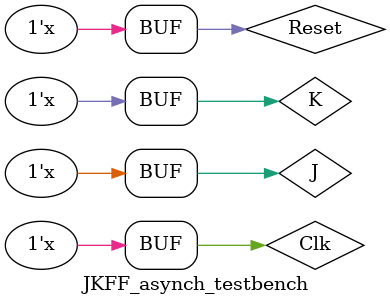
<source format=v>
`timescale 1ns / 1ps


module JKFF_asynch_testbench();

reg J, K;
reg Clk, Reset;
wire Q;

JKFF_asynch JKFFtest2(.Q(Q), .J(J), .K(K), .Clk(Clk), .Reset(Reset));
initial begin
J = 0;
K = 0;
Clk = 0;
Reset = 0;
end

always #7 Clk=~Clk;
always #13 J=~J;
always #17 K=~K;
always #19 Reset=~Reset;

endmodule

</source>
